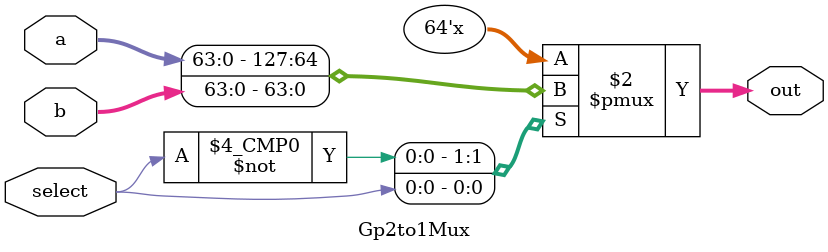
<source format=v>
/**
    This module implements a general-purpose 2:1 multiplexer with a
        configurable input/output width.
    @author Andrew Jones (https://github.com/AndrewJones-PSU)

    @param WIDTH defines the width of the inputs and outputs except select

    @param a first input into the multiplexer
    @param b second input into the multiplexer
    @param out output of the multiplexer
*/
module Gp2to1Mux #(
    parameter WIDTH = 64
) (
    input [WIDTH - 1:0] a,
    input [WIDTH - 1:0] b,
    input select,

    output reg [WIDTH - 1:0] out
);

    always @(*) begin
        case(select)
            1'b0: out = a;
            1'b1: out = b;
            default: out = {WIDTH{1'bX}}; 
        endcase
    end

endmodule

</source>
